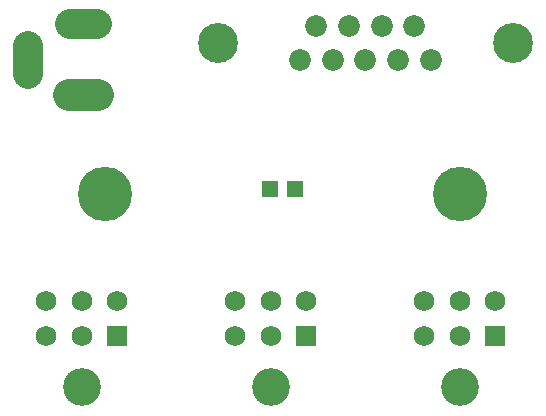
<source format=gts>
G75*
G70*
%OFA0B0*%
%FSLAX24Y24*%
%IPPOS*%
%LPD*%
%AMOC8*
5,1,8,0,0,1.08239X$1,22.5*
%
%ADD10C,0.1812*%
%ADD11R,0.0682X0.0682*%
%ADD12C,0.0682*%
%ADD13C,0.1261*%
%ADD14C,0.0986*%
%ADD15C,0.1064*%
%ADD16R,0.0552X0.0552*%
%ADD17C,0.0724*%
%ADD18C,0.1332*%
D10*
X026553Y008469D03*
X038364Y008469D03*
D11*
X039545Y003745D03*
X033246Y003745D03*
X026947Y003745D03*
D12*
X025766Y003745D03*
X024585Y003745D03*
X024585Y004926D03*
X025766Y004926D03*
X026947Y004926D03*
X030884Y004926D03*
X032065Y004926D03*
X033246Y004926D03*
X032065Y003745D03*
X030884Y003745D03*
X037183Y003745D03*
X038364Y003745D03*
X038364Y004926D03*
X037183Y004926D03*
X039545Y004926D03*
D13*
X038364Y002044D03*
X032065Y002044D03*
X025766Y002044D03*
D14*
X023972Y012499D02*
X023972Y013404D01*
X025370Y014133D02*
X026276Y014133D01*
D15*
X026315Y011770D02*
X025331Y011770D01*
D16*
X032045Y008666D03*
X032872Y008666D03*
D17*
X033041Y012952D03*
X034132Y012952D03*
X035222Y012952D03*
X036313Y012952D03*
X037403Y012952D03*
X036858Y014070D03*
X035768Y014070D03*
X034677Y014070D03*
X033587Y014070D03*
D18*
X030303Y013511D03*
X040142Y013511D03*
M02*

</source>
